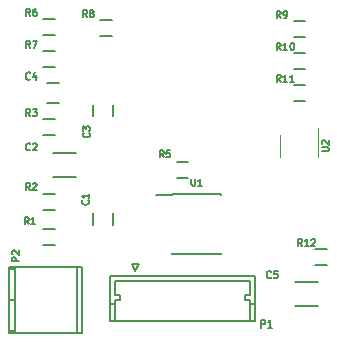
<source format=gto>
G04 #@! TF.FileFunction,Legend,Top*
%FSLAX46Y46*%
G04 Gerber Fmt 4.6, Leading zero omitted, Abs format (unit mm)*
G04 Created by KiCad (PCBNEW 4.0.4-1.fc24-product) date Thu Jan 11 10:50:09 2018*
%MOMM*%
%LPD*%
G01*
G04 APERTURE LIST*
%ADD10C,0.100000*%
%ADD11C,0.150000*%
%ADD12C,0.120000*%
G04 APERTURE END LIST*
D10*
D11*
X163200000Y-114625000D02*
X164200000Y-114625000D01*
X164200000Y-115975000D02*
X163200000Y-115975000D01*
X145900000Y-116900000D02*
X145900000Y-120750000D01*
X145900000Y-120750000D02*
X158100000Y-120750000D01*
X158100000Y-120750000D02*
X158100000Y-116900000D01*
X158100000Y-116900000D02*
X145900000Y-116900000D01*
X148000000Y-116500000D02*
X147700000Y-115900000D01*
X147700000Y-115900000D02*
X148300000Y-115900000D01*
X148300000Y-115900000D02*
X148000000Y-116500000D01*
X145900000Y-119300000D02*
X146300000Y-119300000D01*
X158100000Y-119300000D02*
X157700000Y-119300000D01*
X152000000Y-117300000D02*
X146300000Y-117300000D01*
X146300000Y-117300000D02*
X146300000Y-118500000D01*
X146300000Y-118500000D02*
X146700000Y-118500000D01*
X146700000Y-118500000D02*
X146700000Y-118900000D01*
X146700000Y-118900000D02*
X146300000Y-118900000D01*
X146300000Y-118900000D02*
X146300000Y-120750000D01*
X152000000Y-117300000D02*
X157700000Y-117300000D01*
X157700000Y-117300000D02*
X157700000Y-118500000D01*
X157700000Y-118500000D02*
X157300000Y-118500000D01*
X157300000Y-118500000D02*
X157300000Y-118900000D01*
X157300000Y-118900000D02*
X157700000Y-118900000D01*
X157700000Y-118900000D02*
X157700000Y-120750000D01*
X137799040Y-121729080D02*
X137799040Y-116130920D01*
X137301200Y-116329040D02*
X137799040Y-116329040D01*
X137799040Y-121530960D02*
X137301200Y-121530960D01*
X137301200Y-118930000D02*
X137799040Y-118930000D01*
X143100020Y-116130920D02*
X143100020Y-121729080D01*
X137301200Y-116130920D02*
X137301200Y-121729080D01*
X137301200Y-121729080D02*
X143498800Y-121729080D01*
X143498800Y-121729080D02*
X143498800Y-116130920D01*
X143498800Y-116130920D02*
X137301200Y-116130920D01*
X146150000Y-112600000D02*
X146150000Y-111600000D01*
X144450000Y-111600000D02*
X144450000Y-112600000D01*
X141000000Y-108525000D02*
X143000000Y-108525000D01*
X143000000Y-106475000D02*
X141000000Y-106475000D01*
X146150000Y-103400000D02*
X146150000Y-102400000D01*
X144450000Y-102400000D02*
X144450000Y-103400000D01*
X140500000Y-102250000D02*
X141500000Y-102250000D01*
X141500000Y-100550000D02*
X140500000Y-100550000D01*
X163500000Y-117375000D02*
X161500000Y-117375000D01*
X161500000Y-119425000D02*
X163500000Y-119425000D01*
X141175000Y-114250000D02*
X140175000Y-114250000D01*
X140175000Y-112900000D02*
X141175000Y-112900000D01*
X141175000Y-111350000D02*
X140175000Y-111350000D01*
X140175000Y-110000000D02*
X141175000Y-110000000D01*
X141200000Y-104975000D02*
X140200000Y-104975000D01*
X140200000Y-103625000D02*
X141200000Y-103625000D01*
X152500000Y-108575000D02*
X151500000Y-108575000D01*
X151500000Y-107225000D02*
X152500000Y-107225000D01*
X140200000Y-95125000D02*
X141200000Y-95125000D01*
X141200000Y-96475000D02*
X140200000Y-96475000D01*
X141200000Y-99175000D02*
X140200000Y-99175000D01*
X140200000Y-97825000D02*
X141200000Y-97825000D01*
X145000000Y-95225000D02*
X146000000Y-95225000D01*
X146000000Y-96575000D02*
X145000000Y-96575000D01*
X162400000Y-96675000D02*
X161400000Y-96675000D01*
X161400000Y-95325000D02*
X162400000Y-95325000D01*
X162400000Y-99375000D02*
X161400000Y-99375000D01*
X161400000Y-98025000D02*
X162400000Y-98025000D01*
X162400000Y-102075000D02*
X161400000Y-102075000D01*
X161400000Y-100725000D02*
X162400000Y-100725000D01*
D12*
X160290000Y-105000000D02*
X160290000Y-106800000D01*
X163510000Y-106800000D02*
X163510000Y-104350000D01*
D11*
X151125000Y-109925000D02*
X151125000Y-110070000D01*
X155275000Y-109925000D02*
X155275000Y-110070000D01*
X155275000Y-115075000D02*
X155275000Y-114930000D01*
X151125000Y-115075000D02*
X151125000Y-114930000D01*
X151125000Y-109925000D02*
X155275000Y-109925000D01*
X151125000Y-115075000D02*
X155275000Y-115075000D01*
X151125000Y-110070000D02*
X149725000Y-110070000D01*
X162114285Y-114371429D02*
X161914285Y-114085714D01*
X161771428Y-114371429D02*
X161771428Y-113771429D01*
X162000000Y-113771429D01*
X162057142Y-113800000D01*
X162085714Y-113828571D01*
X162114285Y-113885714D01*
X162114285Y-113971429D01*
X162085714Y-114028571D01*
X162057142Y-114057143D01*
X162000000Y-114085714D01*
X161771428Y-114085714D01*
X162685714Y-114371429D02*
X162342857Y-114371429D01*
X162514285Y-114371429D02*
X162514285Y-113771429D01*
X162457142Y-113857143D01*
X162400000Y-113914286D01*
X162342857Y-113942857D01*
X162914286Y-113828571D02*
X162942857Y-113800000D01*
X163000000Y-113771429D01*
X163142857Y-113771429D01*
X163200000Y-113800000D01*
X163228571Y-113828571D01*
X163257143Y-113885714D01*
X163257143Y-113942857D01*
X163228571Y-114028571D01*
X162885714Y-114371429D01*
X163257143Y-114371429D01*
X158657143Y-121271429D02*
X158657143Y-120671429D01*
X158885715Y-120671429D01*
X158942857Y-120700000D01*
X158971429Y-120728571D01*
X159000000Y-120785714D01*
X159000000Y-120871429D01*
X158971429Y-120928571D01*
X158942857Y-120957143D01*
X158885715Y-120985714D01*
X158657143Y-120985714D01*
X159571429Y-121271429D02*
X159228572Y-121271429D01*
X159400000Y-121271429D02*
X159400000Y-120671429D01*
X159342857Y-120757143D01*
X159285715Y-120814286D01*
X159228572Y-120842857D01*
X138171429Y-115642857D02*
X137571429Y-115642857D01*
X137571429Y-115414285D01*
X137600000Y-115357143D01*
X137628571Y-115328571D01*
X137685714Y-115300000D01*
X137771429Y-115300000D01*
X137828571Y-115328571D01*
X137857143Y-115357143D01*
X137885714Y-115414285D01*
X137885714Y-115642857D01*
X137628571Y-115071428D02*
X137600000Y-115042857D01*
X137571429Y-114985714D01*
X137571429Y-114842857D01*
X137600000Y-114785714D01*
X137628571Y-114757143D01*
X137685714Y-114728571D01*
X137742857Y-114728571D01*
X137828571Y-114757143D01*
X138171429Y-115100000D01*
X138171429Y-114728571D01*
X144014286Y-110500000D02*
X144042857Y-110528571D01*
X144071429Y-110614285D01*
X144071429Y-110671428D01*
X144042857Y-110757143D01*
X143985714Y-110814285D01*
X143928571Y-110842857D01*
X143814286Y-110871428D01*
X143728571Y-110871428D01*
X143614286Y-110842857D01*
X143557143Y-110814285D01*
X143500000Y-110757143D01*
X143471429Y-110671428D01*
X143471429Y-110614285D01*
X143500000Y-110528571D01*
X143528571Y-110500000D01*
X144071429Y-109928571D02*
X144071429Y-110271428D01*
X144071429Y-110100000D02*
X143471429Y-110100000D01*
X143557143Y-110157143D01*
X143614286Y-110214285D01*
X143642857Y-110271428D01*
X139100000Y-106214286D02*
X139071429Y-106242857D01*
X138985715Y-106271429D01*
X138928572Y-106271429D01*
X138842857Y-106242857D01*
X138785715Y-106185714D01*
X138757143Y-106128571D01*
X138728572Y-106014286D01*
X138728572Y-105928571D01*
X138757143Y-105814286D01*
X138785715Y-105757143D01*
X138842857Y-105700000D01*
X138928572Y-105671429D01*
X138985715Y-105671429D01*
X139071429Y-105700000D01*
X139100000Y-105728571D01*
X139328572Y-105728571D02*
X139357143Y-105700000D01*
X139414286Y-105671429D01*
X139557143Y-105671429D01*
X139614286Y-105700000D01*
X139642857Y-105728571D01*
X139671429Y-105785714D01*
X139671429Y-105842857D01*
X139642857Y-105928571D01*
X139300000Y-106271429D01*
X139671429Y-106271429D01*
X144114286Y-104800000D02*
X144142857Y-104828571D01*
X144171429Y-104914285D01*
X144171429Y-104971428D01*
X144142857Y-105057143D01*
X144085714Y-105114285D01*
X144028571Y-105142857D01*
X143914286Y-105171428D01*
X143828571Y-105171428D01*
X143714286Y-105142857D01*
X143657143Y-105114285D01*
X143600000Y-105057143D01*
X143571429Y-104971428D01*
X143571429Y-104914285D01*
X143600000Y-104828571D01*
X143628571Y-104800000D01*
X143571429Y-104600000D02*
X143571429Y-104228571D01*
X143800000Y-104428571D01*
X143800000Y-104342857D01*
X143828571Y-104285714D01*
X143857143Y-104257143D01*
X143914286Y-104228571D01*
X144057143Y-104228571D01*
X144114286Y-104257143D01*
X144142857Y-104285714D01*
X144171429Y-104342857D01*
X144171429Y-104514285D01*
X144142857Y-104571428D01*
X144114286Y-104600000D01*
X139100000Y-100214286D02*
X139071429Y-100242857D01*
X138985715Y-100271429D01*
X138928572Y-100271429D01*
X138842857Y-100242857D01*
X138785715Y-100185714D01*
X138757143Y-100128571D01*
X138728572Y-100014286D01*
X138728572Y-99928571D01*
X138757143Y-99814286D01*
X138785715Y-99757143D01*
X138842857Y-99700000D01*
X138928572Y-99671429D01*
X138985715Y-99671429D01*
X139071429Y-99700000D01*
X139100000Y-99728571D01*
X139614286Y-99871429D02*
X139614286Y-100271429D01*
X139471429Y-99642857D02*
X139328572Y-100071429D01*
X139700000Y-100071429D01*
X159500000Y-117014286D02*
X159471429Y-117042857D01*
X159385715Y-117071429D01*
X159328572Y-117071429D01*
X159242857Y-117042857D01*
X159185715Y-116985714D01*
X159157143Y-116928571D01*
X159128572Y-116814286D01*
X159128572Y-116728571D01*
X159157143Y-116614286D01*
X159185715Y-116557143D01*
X159242857Y-116500000D01*
X159328572Y-116471429D01*
X159385715Y-116471429D01*
X159471429Y-116500000D01*
X159500000Y-116528571D01*
X160042857Y-116471429D02*
X159757143Y-116471429D01*
X159728572Y-116757143D01*
X159757143Y-116728571D01*
X159814286Y-116700000D01*
X159957143Y-116700000D01*
X160014286Y-116728571D01*
X160042857Y-116757143D01*
X160071429Y-116814286D01*
X160071429Y-116957143D01*
X160042857Y-117014286D01*
X160014286Y-117042857D01*
X159957143Y-117071429D01*
X159814286Y-117071429D01*
X159757143Y-117042857D01*
X159728572Y-117014286D01*
X138975000Y-112546429D02*
X138775000Y-112260714D01*
X138632143Y-112546429D02*
X138632143Y-111946429D01*
X138860715Y-111946429D01*
X138917857Y-111975000D01*
X138946429Y-112003571D01*
X138975000Y-112060714D01*
X138975000Y-112146429D01*
X138946429Y-112203571D01*
X138917857Y-112232143D01*
X138860715Y-112260714D01*
X138632143Y-112260714D01*
X139546429Y-112546429D02*
X139203572Y-112546429D01*
X139375000Y-112546429D02*
X139375000Y-111946429D01*
X139317857Y-112032143D01*
X139260715Y-112089286D01*
X139203572Y-112117857D01*
X139075000Y-109646429D02*
X138875000Y-109360714D01*
X138732143Y-109646429D02*
X138732143Y-109046429D01*
X138960715Y-109046429D01*
X139017857Y-109075000D01*
X139046429Y-109103571D01*
X139075000Y-109160714D01*
X139075000Y-109246429D01*
X139046429Y-109303571D01*
X139017857Y-109332143D01*
X138960715Y-109360714D01*
X138732143Y-109360714D01*
X139303572Y-109103571D02*
X139332143Y-109075000D01*
X139389286Y-109046429D01*
X139532143Y-109046429D01*
X139589286Y-109075000D01*
X139617857Y-109103571D01*
X139646429Y-109160714D01*
X139646429Y-109217857D01*
X139617857Y-109303571D01*
X139275000Y-109646429D01*
X139646429Y-109646429D01*
X139100000Y-103371429D02*
X138900000Y-103085714D01*
X138757143Y-103371429D02*
X138757143Y-102771429D01*
X138985715Y-102771429D01*
X139042857Y-102800000D01*
X139071429Y-102828571D01*
X139100000Y-102885714D01*
X139100000Y-102971429D01*
X139071429Y-103028571D01*
X139042857Y-103057143D01*
X138985715Y-103085714D01*
X138757143Y-103085714D01*
X139300000Y-102771429D02*
X139671429Y-102771429D01*
X139471429Y-103000000D01*
X139557143Y-103000000D01*
X139614286Y-103028571D01*
X139642857Y-103057143D01*
X139671429Y-103114286D01*
X139671429Y-103257143D01*
X139642857Y-103314286D01*
X139614286Y-103342857D01*
X139557143Y-103371429D01*
X139385715Y-103371429D01*
X139328572Y-103342857D01*
X139300000Y-103314286D01*
X150400000Y-106871429D02*
X150200000Y-106585714D01*
X150057143Y-106871429D02*
X150057143Y-106271429D01*
X150285715Y-106271429D01*
X150342857Y-106300000D01*
X150371429Y-106328571D01*
X150400000Y-106385714D01*
X150400000Y-106471429D01*
X150371429Y-106528571D01*
X150342857Y-106557143D01*
X150285715Y-106585714D01*
X150057143Y-106585714D01*
X150942857Y-106271429D02*
X150657143Y-106271429D01*
X150628572Y-106557143D01*
X150657143Y-106528571D01*
X150714286Y-106500000D01*
X150857143Y-106500000D01*
X150914286Y-106528571D01*
X150942857Y-106557143D01*
X150971429Y-106614286D01*
X150971429Y-106757143D01*
X150942857Y-106814286D01*
X150914286Y-106842857D01*
X150857143Y-106871429D01*
X150714286Y-106871429D01*
X150657143Y-106842857D01*
X150628572Y-106814286D01*
X139100000Y-94871429D02*
X138900000Y-94585714D01*
X138757143Y-94871429D02*
X138757143Y-94271429D01*
X138985715Y-94271429D01*
X139042857Y-94300000D01*
X139071429Y-94328571D01*
X139100000Y-94385714D01*
X139100000Y-94471429D01*
X139071429Y-94528571D01*
X139042857Y-94557143D01*
X138985715Y-94585714D01*
X138757143Y-94585714D01*
X139614286Y-94271429D02*
X139500000Y-94271429D01*
X139442857Y-94300000D01*
X139414286Y-94328571D01*
X139357143Y-94414286D01*
X139328572Y-94528571D01*
X139328572Y-94757143D01*
X139357143Y-94814286D01*
X139385715Y-94842857D01*
X139442857Y-94871429D01*
X139557143Y-94871429D01*
X139614286Y-94842857D01*
X139642857Y-94814286D01*
X139671429Y-94757143D01*
X139671429Y-94614286D01*
X139642857Y-94557143D01*
X139614286Y-94528571D01*
X139557143Y-94500000D01*
X139442857Y-94500000D01*
X139385715Y-94528571D01*
X139357143Y-94557143D01*
X139328572Y-94614286D01*
X139100000Y-97571429D02*
X138900000Y-97285714D01*
X138757143Y-97571429D02*
X138757143Y-96971429D01*
X138985715Y-96971429D01*
X139042857Y-97000000D01*
X139071429Y-97028571D01*
X139100000Y-97085714D01*
X139100000Y-97171429D01*
X139071429Y-97228571D01*
X139042857Y-97257143D01*
X138985715Y-97285714D01*
X138757143Y-97285714D01*
X139300000Y-96971429D02*
X139700000Y-96971429D01*
X139442857Y-97571429D01*
X143900000Y-94971429D02*
X143700000Y-94685714D01*
X143557143Y-94971429D02*
X143557143Y-94371429D01*
X143785715Y-94371429D01*
X143842857Y-94400000D01*
X143871429Y-94428571D01*
X143900000Y-94485714D01*
X143900000Y-94571429D01*
X143871429Y-94628571D01*
X143842857Y-94657143D01*
X143785715Y-94685714D01*
X143557143Y-94685714D01*
X144242857Y-94628571D02*
X144185715Y-94600000D01*
X144157143Y-94571429D01*
X144128572Y-94514286D01*
X144128572Y-94485714D01*
X144157143Y-94428571D01*
X144185715Y-94400000D01*
X144242857Y-94371429D01*
X144357143Y-94371429D01*
X144414286Y-94400000D01*
X144442857Y-94428571D01*
X144471429Y-94485714D01*
X144471429Y-94514286D01*
X144442857Y-94571429D01*
X144414286Y-94600000D01*
X144357143Y-94628571D01*
X144242857Y-94628571D01*
X144185715Y-94657143D01*
X144157143Y-94685714D01*
X144128572Y-94742857D01*
X144128572Y-94857143D01*
X144157143Y-94914286D01*
X144185715Y-94942857D01*
X144242857Y-94971429D01*
X144357143Y-94971429D01*
X144414286Y-94942857D01*
X144442857Y-94914286D01*
X144471429Y-94857143D01*
X144471429Y-94742857D01*
X144442857Y-94685714D01*
X144414286Y-94657143D01*
X144357143Y-94628571D01*
X160300000Y-95071429D02*
X160100000Y-94785714D01*
X159957143Y-95071429D02*
X159957143Y-94471429D01*
X160185715Y-94471429D01*
X160242857Y-94500000D01*
X160271429Y-94528571D01*
X160300000Y-94585714D01*
X160300000Y-94671429D01*
X160271429Y-94728571D01*
X160242857Y-94757143D01*
X160185715Y-94785714D01*
X159957143Y-94785714D01*
X160585715Y-95071429D02*
X160700000Y-95071429D01*
X160757143Y-95042857D01*
X160785715Y-95014286D01*
X160842857Y-94928571D01*
X160871429Y-94814286D01*
X160871429Y-94585714D01*
X160842857Y-94528571D01*
X160814286Y-94500000D01*
X160757143Y-94471429D01*
X160642857Y-94471429D01*
X160585715Y-94500000D01*
X160557143Y-94528571D01*
X160528572Y-94585714D01*
X160528572Y-94728571D01*
X160557143Y-94785714D01*
X160585715Y-94814286D01*
X160642857Y-94842857D01*
X160757143Y-94842857D01*
X160814286Y-94814286D01*
X160842857Y-94785714D01*
X160871429Y-94728571D01*
X160314285Y-97771429D02*
X160114285Y-97485714D01*
X159971428Y-97771429D02*
X159971428Y-97171429D01*
X160200000Y-97171429D01*
X160257142Y-97200000D01*
X160285714Y-97228571D01*
X160314285Y-97285714D01*
X160314285Y-97371429D01*
X160285714Y-97428571D01*
X160257142Y-97457143D01*
X160200000Y-97485714D01*
X159971428Y-97485714D01*
X160885714Y-97771429D02*
X160542857Y-97771429D01*
X160714285Y-97771429D02*
X160714285Y-97171429D01*
X160657142Y-97257143D01*
X160600000Y-97314286D01*
X160542857Y-97342857D01*
X161257143Y-97171429D02*
X161314286Y-97171429D01*
X161371429Y-97200000D01*
X161400000Y-97228571D01*
X161428571Y-97285714D01*
X161457143Y-97400000D01*
X161457143Y-97542857D01*
X161428571Y-97657143D01*
X161400000Y-97714286D01*
X161371429Y-97742857D01*
X161314286Y-97771429D01*
X161257143Y-97771429D01*
X161200000Y-97742857D01*
X161171429Y-97714286D01*
X161142857Y-97657143D01*
X161114286Y-97542857D01*
X161114286Y-97400000D01*
X161142857Y-97285714D01*
X161171429Y-97228571D01*
X161200000Y-97200000D01*
X161257143Y-97171429D01*
X160314285Y-100471429D02*
X160114285Y-100185714D01*
X159971428Y-100471429D02*
X159971428Y-99871429D01*
X160200000Y-99871429D01*
X160257142Y-99900000D01*
X160285714Y-99928571D01*
X160314285Y-99985714D01*
X160314285Y-100071429D01*
X160285714Y-100128571D01*
X160257142Y-100157143D01*
X160200000Y-100185714D01*
X159971428Y-100185714D01*
X160885714Y-100471429D02*
X160542857Y-100471429D01*
X160714285Y-100471429D02*
X160714285Y-99871429D01*
X160657142Y-99957143D01*
X160600000Y-100014286D01*
X160542857Y-100042857D01*
X161457143Y-100471429D02*
X161114286Y-100471429D01*
X161285714Y-100471429D02*
X161285714Y-99871429D01*
X161228571Y-99957143D01*
X161171429Y-100014286D01*
X161114286Y-100042857D01*
X163771429Y-106357143D02*
X164257143Y-106357143D01*
X164314286Y-106328571D01*
X164342857Y-106300000D01*
X164371429Y-106242857D01*
X164371429Y-106128571D01*
X164342857Y-106071429D01*
X164314286Y-106042857D01*
X164257143Y-106014286D01*
X163771429Y-106014286D01*
X163828571Y-105757143D02*
X163800000Y-105728572D01*
X163771429Y-105671429D01*
X163771429Y-105528572D01*
X163800000Y-105471429D01*
X163828571Y-105442858D01*
X163885714Y-105414286D01*
X163942857Y-105414286D01*
X164028571Y-105442858D01*
X164371429Y-105785715D01*
X164371429Y-105414286D01*
X152742857Y-108671429D02*
X152742857Y-109157143D01*
X152771429Y-109214286D01*
X152800000Y-109242857D01*
X152857143Y-109271429D01*
X152971429Y-109271429D01*
X153028571Y-109242857D01*
X153057143Y-109214286D01*
X153085714Y-109157143D01*
X153085714Y-108671429D01*
X153685714Y-109271429D02*
X153342857Y-109271429D01*
X153514285Y-109271429D02*
X153514285Y-108671429D01*
X153457142Y-108757143D01*
X153400000Y-108814286D01*
X153342857Y-108842857D01*
M02*

</source>
